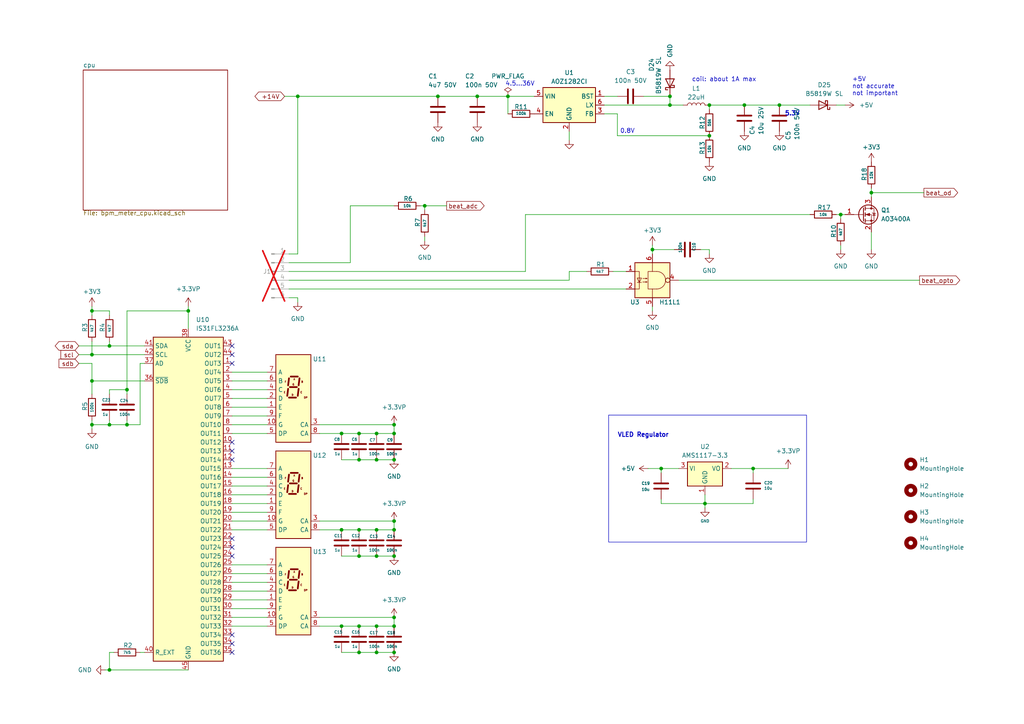
<source format=kicad_sch>
(kicad_sch (version 20230121) (generator eeschema)
  (paper "A4")
  (title_block (title "Schen-Key BPM Meter") (date "2023-12-21") (rev "0.1"))
  (lib_symbols
    (symbol "00_project_library:AMS1117-3.3"
      (property "Reference" "U" (at -3.81 3.175 0))
      (property "Value" "AMS1117-3.3" (at 0 3.175 0))
      (symbol "AMS1117-3.3_0_1"
        (rectangle (start -5.08 1.905) (end 5.08 -5.08) (stroke (width 0.254)) (fill (type background)))
      )
      (symbol "AMS1117-3.3_1_1"
        (pin power_in line (at 0 -7.62 90) (length 2.54) (name "GND") (number "1"))
        (pin power_out line (at 7.62 0 180) (length 2.54) (name "VO") (number "2"))
        (pin power_in line (at -7.62 0 0) (length 2.54) (name "VI") (number "3"))
      )
    )
    (symbol "00_project_library:C" (pin_numbers hide) (pin_names (offset 0.254))
      (property "Reference" "C" (at 0.635 2.54 0))
      (property "Value" "C" (at 0.635 -2.54 0))
      (symbol "C_0_1"
        (polyline (pts (xy -2.032 -0.762) (xy 2.032 -0.762)) (stroke (width 0.508)))
        (polyline (pts (xy -2.032 0.762) (xy 2.032 0.762)) (stroke (width 0.508)))
      )
      (symbol "C_1_1"
        (pin passive line (at 0 3.81 270) (length 2.794) (name "~") (number "1"))
        (pin passive line (at 0 -3.81 90) (length 2.794) (name "~") (number "2"))
      )
    )
    (symbol "00_project_library:IS31FL3236A"
      (property "Reference" "U" (at -8.89 46.99 0))
      (property "Value" "IS31FL3236A" (at 10.16 46.99 0))
      (symbol "IS31FL3236A_0_1"
        (rectangle (start -10.16 45.72) (end 10.16 -48.26) (stroke (width 0.254)) (fill (type background)))
      )
      (symbol "IS31FL3236A_1_1"
        (pin output line (at 12.7 38.1 180) (length 2.54) (name "OUT3") (number "1"))
        (pin output line (at 12.7 15.24 180) (length 2.54) (name "OUT12") (number "10"))
        (pin output line (at 12.7 12.7 180) (length 2.54) (name "OUT13") (number "11"))
        (pin output line (at 12.7 10.16 180) (length 2.54) (name "OUT14") (number "12"))
        (pin output line (at 12.7 7.62 180) (length 2.54) (name "OUT15") (number "13"))
        (pin output line (at 12.7 5.08 180) (length 2.54) (name "OUT16") (number "14"))
        (pin output line (at 12.7 2.54 180) (length 2.54) (name "OUT17") (number "15"))
        (pin output line (at 12.7 0 180) (length 2.54) (name "OUT18") (number "16"))
        (pin passive line (at 0 -50.8 90) (length 2.54) hide (name "GND") (number "17"))
        (pin output line (at 12.7 -2.54 180) (length 2.54) (name "OUT19") (number "18"))
        (pin output line (at 12.7 -5.08 180) (length 2.54) (name "OUT20") (number "19"))
        (pin output line (at 12.7 35.56 180) (length 2.54) (name "OUT4") (number "2"))
        (pin output line (at 12.7 -7.62 180) (length 2.54) (name "OUT21") (number "20"))
        (pin output line (at 12.7 -10.16 180) (length 2.54) (name "OUT22") (number "21"))
        (pin output line (at 12.7 -12.7 180) (length 2.54) (name "OUT23") (number "22"))
        (pin output line (at 12.7 -15.24 180) (length 2.54) (name "OUT24") (number "23"))
        (pin output line (at 12.7 -17.78 180) (length 2.54) (name "OUT25") (number "24"))
        (pin output line (at 12.7 -20.32 180) (length 2.54) (name "OUT26") (number "25"))
        (pin output line (at 12.7 -22.86 180) (length 2.54) (name "OUT27") (number "26"))
        (pin output line (at 12.7 -25.4 180) (length 2.54) (name "OUT28") (number "27"))
        (pin output line (at 12.7 -27.94 180) (length 2.54) (name "OUT29") (number "28"))
        (pin output line (at 12.7 -30.48 180) (length 2.54) (name "OUT30") (number "29"))
        (pin output line (at 12.7 33.02 180) (length 2.54) (name "OUT5") (number "3"))
        (pin output line (at 12.7 -33.02 180) (length 2.54) (name "OUT31") (number "30"))
        (pin output line (at 12.7 -35.56 180) (length 2.54) (name "OUT32") (number "31"))
        (pin output line (at 12.7 -38.1 180) (length 2.54) (name "OUT33") (number "32"))
        (pin output line (at 12.7 -40.64 180) (length 2.54) (name "OUT34") (number "33"))
        (pin output line (at 12.7 -43.18 180) (length 2.54) (name "OUT35") (number "34"))
        (pin output line (at 12.7 -45.72 180) (length 2.54) (name "OUT36") (number "35"))
        (pin input line (at -12.7 33.02 0) (length 2.54) (name "~{SDB}") (number "36"))
        (pin input line (at -12.7 38.1 0) (length 2.54) (name "AD") (number "37"))
        (pin power_in line (at 0 48.26 270) (length 2.54) (name "VCC") (number "38"))
        (pin passive line (at 0 -50.8 90) (length 2.54) hide (name "GND") (number "39"))
        (pin output line (at 12.7 30.48 180) (length 2.54) (name "OUT6") (number "4"))
        (pin passive line (at -12.7 -45.72 0) (length 2.54) (name "R_EXT") (number "40"))
        (pin open_collector line (at -12.7 43.18 0) (length 2.54) (name "SDA") (number "41"))
        (pin input line (at -12.7 40.64 0) (length 2.54) (name "SCL") (number "42"))
        (pin output line (at 12.7 43.18 180) (length 2.54) (name "OUT1") (number "43"))
        (pin output line (at 12.7 40.64 180) (length 2.54) (name "OUT2") (number "44"))
        (pin power_in line (at 0 -50.8 90) (length 2.54) (name "GND") (number "45"))
        (pin output line (at 12.7 27.94 180) (length 2.54) (name "OUT7") (number "5"))
        (pin output line (at 12.7 25.4 180) (length 2.54) (name "OUT8") (number "6"))
        (pin output line (at 12.7 22.86 180) (length 2.54) (name "OUT9") (number "7"))
        (pin output line (at 12.7 20.32 180) (length 2.54) (name "OUT10") (number "8"))
        (pin output line (at 12.7 17.78 180) (length 2.54) (name "OUT11") (number "9"))
      )
    )
    (symbol "00_project_library:MountingHole" (pin_names (offset 1.016))
      (property "Reference" "H" (at 0 5.08 0))
      (property "Value" "MountingHole" (at 0 3.175 0))
      (symbol "MountingHole_0_1"
        (circle (center 0 0) (radius 1.27) (stroke (width 1.27)))
      )
    )
    (symbol "00_project_library:SLS0391FR1A1GD" (pin_names (offset 0.635))
      (property "Reference" "U" (at -2.54 13.97 0))
      (symbol "SLS0391FR1A1GD_0_0"
        (text "A" (at 0.254 5.588 0) (effects (font (size 0.508 0.508))))
        (text "B" (at 2.54 4.826 0) (effects (font (size 0.508 0.508))))
        (text "C" (at 2.286 1.778 0) (effects (font (size 0.508 0.508))))
        (text "D" (at -0.254 1.016 0) (effects (font (size 0.508 0.508))))
        (text "DP" (at 3.556 0.254 0) (effects (font (size 0.508 0.508))))
        (text "E" (at -2.54 1.778 0) (effects (font (size 0.508 0.508))))
        (text "F" (at -2.286 4.826 0) (effects (font (size 0.508 0.508))))
        (text "G" (at 0 4.064 0) (effects (font (size 0.508 0.508))))
      )
      (symbol "SLS0391FR1A1GD_0_1"
        (rectangle (start -5.08 12.7) (end 5.08 -12.7) (stroke (width 0.254)) (fill (type background)))
        (polyline (pts (xy -1.524 2.794) (xy -1.778 0.762)) (stroke (width 0.508)))
        (polyline (pts (xy -1.27 0.254) (xy 0.762 0.254)) (stroke (width 0.508)))
        (polyline (pts (xy -1.27 5.842) (xy -1.524 3.81)) (stroke (width 0.508)))
        (polyline (pts (xy -1.016 3.302) (xy 1.016 3.302)) (stroke (width 0.508)))
        (polyline (pts (xy -0.762 6.35) (xy 1.27 6.35)) (stroke (width 0.508)))
        (polyline (pts (xy 1.524 2.794) (xy 1.27 0.762)) (stroke (width 0.508)))
        (polyline (pts (xy 1.778 5.842) (xy 1.524 3.81)) (stroke (width 0.508)))
        (polyline (pts (xy 2.54 0.254) (xy 2.54 0.254)) (stroke (width 0.508)))
      )
      (symbol "SLS0391FR1A1GD_1_1"
        (pin input line (at -7.62 -2.54 0) (length 2.54) (name "E") (number "1"))
        (pin input line (at -7.62 -7.62 0) (length 2.54) (name "G") (number "10"))
        (pin input line (at -7.62 0 0) (length 2.54) (name "D") (number "2"))
        (pin input line (at 7.62 -7.62 180) (length 2.54) (name "CA") (number "3"))
        (pin input line (at -7.62 2.54 0) (length 2.54) (name "C") (number "4"))
        (pin input line (at -7.62 -10.16 0) (length 2.54) (name "DP") (number "5"))
        (pin input line (at -7.62 5.08 0) (length 2.54) (name "B") (number "6"))
        (pin input line (at -7.62 7.62 0) (length 2.54) (name "A") (number "7"))
        (pin input line (at 7.62 -10.16 180) (length 2.54) (name "CA") (number "8"))
        (pin input line (at -7.62 -5.08 0) (length 2.54) (name "F") (number "9"))
      )
    )
    (symbol "Connector:Conn_01x06_Pin" (pin_names (offset 1.016) hide)
      (property "Reference" "J" (at 0 7.62 0))
      (property "Value" "Conn_01x06_Pin" (at 0 -10.16 0))
      (symbol "Conn_01x06_Pin_1_1"
        (polyline (pts (xy 1.27 -7.62) (xy 0.8636 -7.62)) (stroke (width 0.1524)))
        (polyline (pts (xy 1.27 -5.08) (xy 0.8636 -5.08)) (stroke (width 0.1524)))
        (polyline (pts (xy 1.27 -2.54) (xy 0.8636 -2.54)) (stroke (width 0.1524)))
        (polyline (pts (xy 1.27 0) (xy 0.8636 0)) (stroke (width 0.1524)))
        (polyline (pts (xy 1.27 2.54) (xy 0.8636 2.54)) (stroke (width 0.1524)))
        (polyline (pts (xy 1.27 5.08) (xy 0.8636 5.08)) (stroke (width 0.1524)))
        (rectangle (start 0.8636 -7.493) (end 0 -7.747) (stroke (width 0.1524)) (fill (type outline)))
        (rectangle (start 0.8636 -4.953) (end 0 -5.207) (stroke (width 0.1524)) (fill (type outline)))
        (rectangle (start 0.8636 -2.413) (end 0 -2.667) (stroke (width 0.1524)) (fill (type outline)))
        (rectangle (start 0.8636 0.127) (end 0 -0.127) (stroke (width 0.1524)) (fill (type outline)))
        (rectangle (start 0.8636 2.667) (end 0 2.413) (stroke (width 0.1524)) (fill (type outline)))
        (rectangle (start 0.8636 5.207) (end 0 4.953) (stroke (width 0.1524)) (fill (type outline)))
        (pin passive line (at 5.08 5.08 180) (length 3.81) (name "Pin_1") (number "1"))
        (pin passive line (at 5.08 2.54 180) (length 3.81) (name "Pin_2") (number "2"))
        (pin passive line (at 5.08 0 180) (length 3.81) (name "Pin_3") (number "3"))
        (pin passive line (at 5.08 -2.54 180) (length 3.81) (name "Pin_4") (number "4"))
        (pin passive line (at 5.08 -5.08 180) (length 3.81) (name "Pin_5") (number "5"))
        (pin passive line (at 5.08 -7.62 180) (length 3.81) (name "Pin_6") (number "6"))
      )
    )
    (symbol "Device:C" (pin_numbers hide) (pin_names (offset 0.254))
      (property "Reference" "C" (at 0.635 2.54 0))
      (property "Value" "C" (at 0.635 -2.54 0))
      (symbol "C_0_1"
        (polyline (pts (xy -2.032 -0.762) (xy 2.032 -0.762)) (stroke (width 0.508)))
        (polyline (pts (xy -2.032 0.762) (xy 2.032 0.762)) (stroke (width 0.508)))
      )
      (symbol "C_1_1"
        (pin passive line (at 0 3.81 270) (length 2.794) (name "~") (number "1"))
        (pin passive line (at 0 -3.81 90) (length 2.794) (name "~") (number "2"))
      )
    )
    (symbol "Device:D_Schottky" (pin_numbers hide) (pin_names (offset 1.016) hide)
      (property "Reference" "D" (at 0 2.54 0))
      (property "Value" "D_Schottky" (at 0 -2.54 0))
      (symbol "D_Schottky_0_1"
        (polyline (pts (xy 1.27 0) (xy -1.27 0)))
        (polyline (pts (xy 1.27 1.27) (xy 1.27 -1.27) (xy -1.27 0) (xy 1.27 1.27)) (stroke (width 0.254)))
        (polyline (pts (xy -1.905 0.635) (xy -1.905 1.27) (xy -1.27 1.27) (xy -1.27 -1.27) (xy -0.635 -1.27) (xy -0.635 -0.635)) (stroke (width 0.254)))
      )
      (symbol "D_Schottky_1_1"
        (pin passive line (at -3.81 0 0) (length 2.54) (name "K") (number "1"))
        (pin passive line (at 3.81 0 180) (length 2.54) (name "A") (number "2"))
      )
    )
    (symbol "Device:L" (pin_numbers hide) (pin_names (offset 1.016) hide)
      (property "Reference" "L" (at -1.27 0 90))
      (property "Value" "L" (at 1.905 0 90))
      (symbol "L_0_1"
        (arc (start 0 -2.54) (mid 0.6323 -1.905) (end 0 -1.27))
        (arc (start 0 -1.27) (mid 0.6323 -0.635) (end 0 0))
        (arc (start 0 0) (mid 0.6323 0.635) (end 0 1.27))
        (arc (start 0 1.27) (mid 0.6323 1.905) (end 0 2.54))
      )
      (symbol "L_1_1"
        (pin passive line (at 0 3.81 270) (length 1.27) (name "1") (number "1"))
        (pin passive line (at 0 -3.81 90) (length 1.27) (name "2") (number "2"))
      )
    )
    (symbol "Device:R" (pin_numbers hide) (pin_names (offset 0))
      (property "Reference" "R" (at 2.032 0 90))
      (property "Value" "R" (at 0 0 90))
      (symbol "R_0_1"
        (rectangle (start -1.016 -2.54) (end 1.016 2.54) (stroke (width 0.254)))
      )
      (symbol "R_1_1"
        (pin passive line (at 0 3.81 270) (length 1.27) (name "~") (number "1"))
        (pin passive line (at 0 -3.81 90) (length 1.27) (name "~") (number "2"))
      )
    )
    (symbol "Isolator:H11L1" (pin_names (offset 1.016))
      (property "Reference" "U" (at 1.27 8.89 0))
      (property "Value" "H11L1" (at 1.27 6.35 0))
      (symbol "H11L1_0_1"
        (rectangle (start -5.08 5.08) (end 5.08 -5.08) (stroke (width 0.254)) (fill (type background)))
        (polyline (pts (xy -4.445 -0.635) (xy -3.175 -0.635)))
        (polyline (pts (xy 0 2.54) (xy 0 5.08)))
        (polyline (pts (xy 0 -2.54) (xy 0 -5.08) (xy 0 -3.81)))
        (polyline (pts (xy -5.08 -2.54) (xy -3.81 -2.54) (xy -3.81 2.54) (xy -5.08 2.54)))
        (polyline (pts (xy -3.81 -0.635) (xy -4.445 0.635) (xy -3.175 0.635) (xy -3.81 -0.635)))
        (polyline (pts (xy 1.27 -2.54) (xy -1.27 -2.54) (xy -1.27 2.54) (xy 1.27 2.54)))
        (polyline (pts (xy -2.794 -0.508) (xy -1.524 -0.508) (xy -1.905 -0.635) (xy -1.905 -0.381) (xy -1.524 -0.508)))
        (polyline (pts (xy -2.794 0.508) (xy -1.524 0.508) (xy -1.905 0.381) (xy -1.905 0.635) (xy -1.524 0.508)))
        (arc (start 1.27 -2.54) (mid 3.799 0) (end 1.27 2.54))
      )
      (symbol "H11L1_1_1"
        (pin passive line (at -7.62 2.54 0) (length 2.54) (name "~") (number "1"))
        (pin passive line (at -7.62 -2.54 0) (length 2.54) (name "~") (number "2"))
        (pin no_connect line (at -5.08 0 0) (length 2.54) hide (name "~") (number "3"))
        (pin output inverted (at 7.62 0 180) (length 3.81) (name "~") (number "4"))
        (pin power_in line (at 0 -7.62 90) (length 2.54) (name "~") (number "5"))
        (pin power_in line (at 0 7.62 270) (length 2.54) (name "~") (number "6"))
      )
    )
    (symbol "Regulator_Switching:AOZ1282CI"
      (property "Reference" "U" (at -6.35 -6.35 0))
      (property "Value" "AOZ1282CI" (at -2.54 6.35 0))
      (symbol "AOZ1282CI_0_1"
        (rectangle (start -7.62 5.08) (end 7.62 -5.08) (stroke (width 0.254)) (fill (type background)))
      )
      (symbol "AOZ1282CI_1_1"
        (pin input line (at 10.16 2.54 180) (length 2.54) (name "BST") (number "1"))
        (pin power_in line (at 0 -7.62 90) (length 2.54) (name "GND") (number "2"))
        (pin input line (at 10.16 -2.54 180) (length 2.54) (name "FB") (number "3"))
        (pin input line (at -10.16 -2.54 0) (length 2.54) (name "EN") (number "4"))
        (pin power_in line (at -10.16 2.54 0) (length 2.54) (name "VIN") (number "5"))
        (pin power_out line (at 10.16 0 180) (length 2.54) (name "LX") (number "6"))
      )
    )
    (symbol "Transistor_FET:AO3400A" (pin_names hide)
      (property "Reference" "Q" (at 5.08 1.905 0))
      (property "Value" "AO3400A" (at 5.08 0 0))
      (symbol "AO3400A_0_1"
        (polyline (pts (xy 0.254 0) (xy -2.54 0)))
        (polyline (pts (xy 0.254 1.905) (xy 0.254 -1.905)) (stroke (width 0.254)))
        (polyline (pts (xy 0.762 -1.27) (xy 0.762 -2.286)) (stroke (width 0.254)))
        (polyline (pts (xy 0.762 0.508) (xy 0.762 -0.508)) (stroke (width 0.254)))
        (polyline (pts (xy 0.762 2.286) (xy 0.762 1.27)) (stroke (width 0.254)))
        (polyline (pts (xy 2.54 2.54) (xy 2.54 1.778)))
        (polyline (pts (xy 2.54 -2.54) (xy 2.54 0) (xy 0.762 0)))
        (polyline (pts (xy 0.762 -1.778) (xy 3.302 -1.778) (xy 3.302 1.778) (xy 0.762 1.778)))
        (polyline (pts (xy 1.016 0) (xy 2.032 0.381) (xy 2.032 -0.381) (xy 1.016 0)) (fill (type outline)))
        (polyline (pts (xy 2.794 0.508) (xy 2.921 0.381) (xy 3.683 0.381) (xy 3.81 0.254)))
        (polyline (pts (xy 3.302 0.381) (xy 2.921 -0.254) (xy 3.683 -0.254) (xy 3.302 0.381)))
        (circle (center 1.651 0) (radius 2.794) (stroke (width 0.254)))
        (circle (center 2.54 -1.778) (radius 0.254) (fill (type outline)))
        (circle (center 2.54 1.778) (radius 0.254) (fill (type outline)))
      )
      (symbol "AO3400A_1_1"
        (pin input line (at -5.08 0 0) (length 2.54) (name "G") (number "1"))
        (pin passive line (at 2.54 -5.08 90) (length 2.54) (name "S") (number "2"))
        (pin passive line (at 2.54 5.08 270) (length 2.54) (name "D") (number "3"))
      )
    )
    (symbol "power:+3.3VP" (power) (pin_names (offset 0))
      (property "Value" "+3.3VP" (at 0 2.54 0))
      (symbol "+3.3VP_0_0"
        (pin power_in line (at 0 0 90) (length 0) hide (name "+3.3VP") (number "1"))
      )
      (symbol "+3.3VP_0_1"
        (polyline (pts (xy -0.762 1.27) (xy 0 2.54)))
        (polyline (pts (xy 0 0) (xy 0 2.54)))
        (polyline (pts (xy 0 2.54) (xy 0.762 1.27)))
      )
    )
    (symbol "power:+3V3" (power) (pin_names (offset 0))
      (property "Value" "+3V3" (at 0 3.556 0))
      (symbol "+3V3_0_1"
        (polyline (pts (xy -0.762 1.27) (xy 0 2.54)))
        (polyline (pts (xy 0 0) (xy 0 2.54)))
        (polyline (pts (xy 0 2.54) (xy 0.762 1.27)))
      )
      (symbol "+3V3_1_1"
        (pin power_in line (at 0 0 90) (length 0) hide (name "+3V3") (number "1"))
      )
    )
    (symbol "power:+5V" (power) (pin_names (offset 0))
      (property "Value" "+5V" (at 0 3.556 0))
      (symbol "+5V_0_1"
        (polyline (pts (xy -0.762 1.27) (xy 0 2.54)))
        (polyline (pts (xy 0 0) (xy 0 2.54)))
        (polyline (pts (xy 0 2.54) (xy 0.762 1.27)))
      )
      (symbol "+5V_1_1"
        (pin power_in line (at 0 0 90) (length 0) hide (name "+5V") (number "1"))
      )
    )
    (symbol "power:GND" (power) (pin_names (offset 0))
      (property "Value" "GND" (at 0 -3.81 0))
      (symbol "GND_0_1"
        (polyline (pts (xy 0 0) (xy 0 -1.27) (xy 1.27 -1.27) (xy 0 -2.54) (xy -1.27 -1.27) (xy 0 -1.27)))
      )
      (symbol "GND_1_1"
        (pin power_in line (at 0 0 270) (length 0) hide (name "GND") (number "1"))
      )
    )
    (symbol "power:PWR_FLAG" (power) (pin_numbers hide) (pin_names (offset 0) hide)
      (property "Value" "PWR_FLAG" (at 0 3.81 0))
      (symbol "PWR_FLAG_0_0"
        (pin power_out line (at 0 0 90) (length 0) (name "pwr") (number "1"))
      )
      (symbol "PWR_FLAG_0_1"
        (polyline (pts (xy 0 0) (xy 0 1.27) (xy -1.016 1.905) (xy 0 2.54) (xy 1.016 1.905) (xy 0 1.27)))
      )
    )
  )
  (junction (at 243.84 62.23))
  (junction (at 189.23 72.39))
  (junction (at 191.77 135.89))
  (junction (at 114.3 181.61))
  (junction (at 109.22 133.35))
  (junction (at 104.14 153.67))
  (junction (at 194.31 30.48))
  (junction (at 252.73 55.88))
  (junction (at 205.74 39.37))
  (junction (at 99.06 153.67))
  (junction (at 104.14 181.61))
  (junction (at 114.3 189.23))
  (junction (at 31.75 100.33))
  (junction (at 147.32 27.94))
  (junction (at 26.67 123.19))
  (junction (at 104.14 189.23))
  (junction (at 114.3 125.73))
  (junction (at 109.22 161.29))
  (junction (at 204.47 146.05))
  (junction (at 109.22 125.73))
  (junction (at 138.43 27.94))
  (junction (at 114.3 153.67))
  (junction (at 123.19 59.69))
  (junction (at 99.06 181.61))
  (junction (at 114.3 161.29))
  (junction (at 31.75 123.19))
  (junction (at 26.67 90.17))
  (junction (at 36.83 123.19))
  (junction (at 109.22 189.23))
  (junction (at 104.14 125.73))
  (junction (at 205.74 30.48))
  (junction (at 109.22 153.67))
  (junction (at 114.3 179.07))
  (junction (at 86.36 27.94))
  (junction (at 127 27.94))
  (junction (at 36.83 113.03))
  (junction (at 26.67 110.49))
  (junction (at 104.14 133.35))
  (junction (at 194.31 27.94))
  (junction (at 114.3 133.35))
  (junction (at 215.9 30.48))
  (junction (at 226.06 30.48))
  (junction (at 109.22 181.61))
  (junction (at 218.44 135.89))
  (junction (at 114.3 123.19))
  (junction (at 99.06 125.73))
  (junction (at 31.75 194.31))
  (junction (at 104.14 161.29))
  (junction (at 54.61 90.17))
  (junction (at 26.67 102.87))
  (junction (at 114.3 151.13))
  (no_connect (at 67.31 100.33))
  (no_connect (at 67.31 128.27))
  (no_connect (at 67.31 133.35))
  (no_connect (at 67.31 158.75))
  (no_connect (at 67.31 102.87))
  (no_connect (at 67.31 161.29))
  (no_connect (at 67.31 130.81))
  (no_connect (at 67.31 186.69))
  (no_connect (at 67.31 105.41))
  (no_connect (at 67.31 189.23))
  (no_connect (at 67.31 184.15))
  (no_connect (at 67.31 156.21))
  (wire (pts (xy 41.91 105.41) (xy 40.64 105.41)))
  (wire (pts (xy 67.31 110.49) (xy 77.47 110.49)))
  (wire (pts (xy 252.73 55.88) (xy 267.97 55.88)))
  (wire (pts (xy 191.77 135.89) (xy 191.77 137.16)))
  (wire (pts (xy 147.32 33.02) (xy 147.32 27.94)))
  (wire (pts (xy 104.14 181.61) (xy 109.22 181.61)))
  (wire (pts (xy 99.06 133.35) (xy 104.14 133.35)))
  (wire (pts (xy 26.67 110.49) (xy 41.91 110.49)))
  (wire (pts (xy 26.67 90.17) (xy 26.67 91.44)))
  (wire (pts (xy 215.9 30.48) (xy 226.06 30.48)))
  (wire (pts (xy 86.36 27.94) (xy 86.36 73.66)))
  (wire (pts (xy 40.64 105.41) (xy 40.64 123.19)))
  (wire (pts (xy 179.07 33.02) (xy 179.07 39.37)))
  (wire (pts (xy 203.2 72.39) (xy 205.74 72.39)))
  (wire (pts (xy 67.31 138.43) (xy 77.47 138.43)))
  (wire (pts (xy 109.22 189.23) (xy 114.3 189.23)))
  (wire (pts (xy 191.77 146.05) (xy 204.47 146.05)))
  (wire (pts (xy 67.31 123.19) (xy 77.47 123.19)))
  (wire (pts (xy 177.8 78.74) (xy 181.61 78.74)))
  (wire (pts (xy 67.31 146.05) (xy 77.47 146.05)))
  (wire (pts (xy 83.82 78.74) (xy 152.4 78.74)))
  (wire (pts (xy 165.1 78.74) (xy 170.18 78.74)))
  (wire (pts (xy 31.75 91.44) (xy 31.75 90.17)))
  (wire (pts (xy 245.11 30.48) (xy 242.57 30.48)))
  (wire (pts (xy 22.86 102.87) (xy 26.67 102.87)))
  (wire (pts (xy 31.75 123.19) (xy 31.75 121.92)))
  (wire (pts (xy 196.85 81.28) (xy 266.7 81.28)))
  (wire (pts (xy 99.06 181.61) (xy 104.14 181.61)))
  (wire (pts (xy 26.67 124.46) (xy 26.67 123.19)))
  (wire (pts (xy 194.31 30.48) (xy 198.12 30.48)))
  (wire (pts (xy 196.85 135.89) (xy 191.77 135.89)))
  (wire (pts (xy 109.22 153.67) (xy 114.3 153.67)))
  (wire (pts (xy 109.22 133.35) (xy 114.3 133.35)))
  (wire (pts (xy 204.47 146.05) (xy 218.44 146.05)))
  (wire (pts (xy 204.47 146.05) (xy 204.47 147.32)))
  (wire (pts (xy 31.75 194.31) (xy 54.61 194.31)))
  (wire (pts (xy 204.47 143.51) (xy 204.47 146.05)))
  (wire (pts (xy 67.31 115.57) (xy 77.47 115.57)))
  (wire (pts (xy 26.67 105.41) (xy 26.67 110.49)))
  (wire (pts (xy 26.67 123.19) (xy 31.75 123.19)))
  (wire (pts (xy 179.07 33.02) (xy 175.26 33.02)))
  (wire (pts (xy 186.69 27.94) (xy 194.31 27.94)))
  (wire (pts (xy 67.31 140.97) (xy 77.47 140.97)))
  (wire (pts (xy 36.83 90.17) (xy 54.61 90.17)))
  (wire (pts (xy 26.67 121.92) (xy 26.67 123.19)))
  (wire (pts (xy 36.83 114.3) (xy 36.83 113.03)))
  (wire (pts (xy 101.6 59.69) (xy 114.3 59.69)))
  (wire (pts (xy 104.14 125.73) (xy 109.22 125.73)))
  (wire (pts (xy 54.61 88.9) (xy 54.61 90.17)))
  (wire (pts (xy 26.67 99.06) (xy 26.67 102.87)))
  (wire (pts (xy 83.82 83.82) (xy 181.61 83.82)))
  (wire (pts (xy 31.75 99.06) (xy 31.75 100.33)))
  (wire (pts (xy 67.31 179.07) (xy 77.47 179.07)))
  (wire (pts (xy 99.06 161.29) (xy 104.14 161.29)))
  (wire (pts (xy 67.31 148.59) (xy 77.47 148.59)))
  (wire (pts (xy 189.23 88.9) (xy 189.23 90.17)))
  (wire (pts (xy 109.22 125.73) (xy 114.3 125.73)))
  (wire (pts (xy 218.44 137.16) (xy 218.44 135.89)))
  (wire (pts (xy 92.71 123.19) (xy 114.3 123.19)))
  (wire (pts (xy 242.57 62.23) (xy 243.84 62.23)))
  (wire (pts (xy 243.84 62.23) (xy 245.11 62.23)))
  (wire (pts (xy 165.1 81.28) (xy 165.1 78.74)))
  (wire (pts (xy 26.67 88.9) (xy 26.67 90.17)))
  (wire (pts (xy 22.86 105.41) (xy 26.67 105.41)))
  (wire (pts (xy 243.84 62.23) (xy 243.84 63.5)))
  (wire (pts (xy 54.61 90.17) (xy 54.61 95.25)))
  (wire (pts (xy 123.19 69.85) (xy 123.19 68.58)))
  (wire (pts (xy 67.31 118.11) (xy 77.47 118.11)))
  (wire (pts (xy 67.31 166.37) (xy 77.47 166.37)))
  (wire (pts (xy 67.31 113.03) (xy 77.47 113.03)))
  (wire (pts (xy 36.83 123.19) (xy 36.83 121.92)))
  (wire (pts (xy 67.31 135.89) (xy 77.47 135.89)))
  (wire (pts (xy 104.14 133.35) (xy 109.22 133.35)))
  (wire (pts (xy 67.31 163.83) (xy 77.47 163.83)))
  (wire (pts (xy 99.06 125.73) (xy 104.14 125.73)))
  (wire (pts (xy 189.23 72.39) (xy 195.58 72.39)))
  (wire (pts (xy 99.06 153.67) (xy 104.14 153.67)))
  (wire (pts (xy 191.77 144.78) (xy 191.77 146.05)))
  (wire (pts (xy 123.19 59.69) (xy 129.54 59.69)))
  (wire (pts (xy 154.94 27.94) (xy 147.32 27.94)))
  (wire (pts (xy 83.82 76.2) (xy 101.6 76.2)))
  (wire (pts (xy 31.75 189.23) (xy 31.75 194.31)))
  (wire (pts (xy 127 27.94) (xy 138.43 27.94)))
  (wire (pts (xy 165.1 38.1) (xy 165.1 40.64)))
  (wire (pts (xy 252.73 67.31) (xy 252.73 72.39)))
  (wire (pts (xy 82.55 27.94) (xy 86.36 27.94)))
  (wire (pts (xy 22.86 100.33) (xy 31.75 100.33)))
  (wire (pts (xy 205.74 39.37) (xy 179.07 39.37)))
  (wire (pts (xy 218.44 144.78) (xy 218.44 146.05)))
  (wire (pts (xy 30.48 194.31) (xy 31.75 194.31)))
  (wire (pts (xy 40.64 123.19) (xy 36.83 123.19)))
  (wire (pts (xy 226.06 30.48) (xy 234.95 30.48)))
  (wire (pts (xy 67.31 107.95) (xy 77.47 107.95)))
  (wire (pts (xy 67.31 153.67) (xy 77.47 153.67)))
  (wire (pts (xy 83.82 81.28) (xy 165.1 81.28)))
  (wire (pts (xy 152.4 62.23) (xy 234.95 62.23)))
  (wire (pts (xy 175.26 30.48) (xy 194.31 30.48)))
  (wire (pts (xy 40.64 189.23) (xy 41.91 189.23)))
  (wire (pts (xy 252.73 54.61) (xy 252.73 55.88)))
  (wire (pts (xy 67.31 120.65) (xy 77.47 120.65)))
  (wire (pts (xy 67.31 176.53) (xy 77.47 176.53)))
  (wire (pts (xy 92.71 125.73) (xy 99.06 125.73)))
  (wire (pts (xy 86.36 27.94) (xy 127 27.94)))
  (wire (pts (xy 67.31 181.61) (xy 77.47 181.61)))
  (wire (pts (xy 104.14 161.29) (xy 109.22 161.29)))
  (wire (pts (xy 86.36 86.36) (xy 86.36 87.63)))
  (wire (pts (xy 67.31 125.73) (xy 77.47 125.73)))
  (wire (pts (xy 31.75 100.33) (xy 41.91 100.33)))
  (wire (pts (xy 33.02 189.23) (xy 31.75 189.23)))
  (wire (pts (xy 92.71 151.13) (xy 114.3 151.13)))
  (wire (pts (xy 31.75 90.17) (xy 26.67 90.17)))
  (wire (pts (xy 26.67 114.3) (xy 26.67 110.49)))
  (wire (pts (xy 109.22 181.61) (xy 114.3 181.61)))
  (wire (pts (xy 36.83 113.03) (xy 36.83 90.17)))
  (wire (pts (xy 104.14 153.67) (xy 109.22 153.67)))
  (wire (pts (xy 31.75 114.3) (xy 31.75 113.03)))
  (wire (pts (xy 83.82 73.66) (xy 86.36 73.66)))
  (wire (pts (xy 92.71 179.07) (xy 114.3 179.07)))
  (wire (pts (xy 114.3 181.61) (xy 114.3 179.07)))
  (wire (pts (xy 187.96 135.89) (xy 191.77 135.89)))
  (wire (pts (xy 99.06 189.23) (xy 104.14 189.23)))
  (wire (pts (xy 67.31 143.51) (xy 77.47 143.51)))
  (wire (pts (xy 114.3 125.73) (xy 114.3 123.19)))
  (wire (pts (xy 114.3 153.67) (xy 114.3 151.13)))
  (wire (pts (xy 218.44 135.89) (xy 212.09 135.89)))
  (wire (pts (xy 175.26 27.94) (xy 179.07 27.94)))
  (wire (pts (xy 189.23 71.12) (xy 189.23 72.39)))
  (wire (pts (xy 67.31 151.13) (xy 77.47 151.13)))
  (wire (pts (xy 228.6 135.89) (xy 218.44 135.89)))
  (wire (pts (xy 83.82 86.36) (xy 86.36 86.36)))
  (wire (pts (xy 92.71 181.61) (xy 99.06 181.61)))
  (wire (pts (xy 101.6 76.2) (xy 101.6 59.69)))
  (wire (pts (xy 67.31 168.91) (xy 77.47 168.91)))
  (wire (pts (xy 121.92 59.69) (xy 123.19 59.69)))
  (wire (pts (xy 252.73 55.88) (xy 252.73 57.15)))
  (wire (pts (xy 205.74 31.75) (xy 205.74 30.48)))
  (wire (pts (xy 67.31 173.99) (xy 77.47 173.99)))
  (wire (pts (xy 36.83 123.19) (xy 31.75 123.19)))
  (wire (pts (xy 205.74 72.39) (xy 205.74 73.66)))
  (wire (pts (xy 152.4 62.23) (xy 152.4 78.74)))
  (wire (pts (xy 31.75 113.03) (xy 36.83 113.03)))
  (wire (pts (xy 92.71 153.67) (xy 99.06 153.67)))
  (wire (pts (xy 189.23 72.39) (xy 189.23 73.66)))
  (wire (pts (xy 26.67 102.87) (xy 41.91 102.87)))
  (wire (pts (xy 194.31 27.94) (xy 194.31 30.48)))
  (wire (pts (xy 109.22 161.29) (xy 114.3 161.29)))
  (wire (pts (xy 123.19 59.69) (xy 123.19 60.96)))
  (wire (pts (xy 67.31 171.45) (xy 77.47 171.45)))
  (wire (pts (xy 138.43 27.94) (xy 147.32 27.94)))
  (wire (pts (xy 104.14 189.23) (xy 109.22 189.23)))
  (wire (pts (xy 205.74 30.48) (xy 215.9 30.48)))
  (wire (pts (xy 243.84 72.39) (xy 243.84 71.12)))
  (rectangle (start 176.53 120.396) (end 233.934 157.226))
  (text "+5V\nnot accurate\nnot important" (at 247.142 27.94 0) (effects (font (size 1.27 1.27)) (justify left bottom)))
  (text "coil: about 1A max" (at 200.66 23.876 0) (effects (font (size 1.27 1.27)) (justify left bottom)))
  (text "5.3V" (at 227.584 33.782 0) (effects (font (size 1.27 1.27) (thickness 0.254) bold) (justify left bottom)))
  (text "VLED Regulator" (at 179.07 127 0) (effects (font (size 1.27 1.27) (thickness 0.254) bold) (justify left bottom)))
  (text "4.5...36V" (at 146.558 25.146 0) (effects (font (size 1.27 1.27)) (justify left bottom)))
  (text "0.8V" (at 179.832 38.862 0) (effects (font (size 1.27 1.27)) (justify left bottom)))
  (global_label "sda" (shape bidirectional) (at 22.86 100.33 180) (property "Intersheetrefs" "${INTERSHEET_REFS}" (effects hide)))
  (global_label "beat_adc" (shape output) (at 129.54 59.69 0) (property "Intersheetrefs" "${INTERSHEET_REFS}" (effects hide)))
  (global_label "+14V" (shape bidirectional) (at 82.55 27.94 180) (property "Intersheetrefs" "${INTERSHEET_REFS}" (effects hide)))
  (global_label "scl" (shape input) (at 22.86 102.87 180) (property "Intersheetrefs" "${INTERSHEET_REFS}" (effects hide)))
  (global_label "sdb" (shape input) (at 22.86 105.41 180) (property "Intersheetrefs" "${INTERSHEET_REFS}" (effects hide)))
  (global_label "beat_opto" (shape output) (at 266.7 81.28 0) (property "Intersheetrefs" "${INTERSHEET_REFS}" (effects hide)))
  (global_label "beat_od" (shape output) (at 267.97 55.88 0) (property "Intersheetrefs" "${INTERSHEET_REFS}" (effects hide)))
  (symbol (lib_id "Device:C") (at 127 31.75 0) (unit 1)
    (property "Reference" "C1" (at 124.206 22.098 0) (effects (justify left)))
    (property "Value" "4u7 50V" (at 124.206 24.638 0) (effects (justify left)))
    (property "Footprint" "Diode_SMD:D_1206_3216Metric" (effects hide))
    (property "JLC" "C515689" (effects hide))
  )
  (symbol (lib_id "power:GND") (at 114.3 189.23 0) (unit 1)
    (property "Reference" "#PWR024" (effects hide))
    (property "Value" "GND" (at 114.3 194.056 0))
  )
  (symbol (lib_id "00_project_library:MountingHole") (at 264.16 134.62 0) (unit 1)
    (property "Reference" "H1" (at 266.7 133.35 0) (effects (justify left)))
    (property "Value" "MountingHole" (at 266.7 135.89 0) (effects (justify left)))
    (property "Footprint" "MountingHole:MountingHole_2.7mm_M2.5" (effects hide))
  )
  (symbol (lib_id "Device:R") (at 205.74 43.18 0) (unit 1)
    (property "Reference" "R13" (at 203.708 42.926 90))
    (property "Value" "10k" (at 205.74 43.18 90) (effects (font (size 0.8 0.8))))
    (property "Footprint" "Resistor_SMD:R_0402_1005Metric_Pad0.72x0.64mm_HandSolder" (effects hide))
  )
  (symbol (lib_id "Device:R") (at 26.67 118.11 0) (unit 1)
    (property "Reference" "R5" (at 24.638 117.856 90))
    (property "Value" "100k" (at 26.67 118.11 90) (effects (font (size 0.8 0.8))))
    (property "Footprint" "Resistor_SMD:R_0402_1005Metric_Pad0.72x0.64mm_HandSolder" (effects hide))
  )
  (symbol (lib_id "00_project_library:MountingHole") (at 264.16 157.48 0) (unit 1)
    (property "Reference" "H4" (at 266.7 156.21 0) (effects (justify left)))
    (property "Value" "MountingHole" (at 266.7 158.75 0) (effects (justify left)))
    (property "Footprint" "MountingHole:MountingHole_2.7mm_M2.5" (effects hide))
  )
  (symbol (lib_id "Device:R") (at 123.19 64.77 0) (unit 1)
    (property "Reference" "R7" (at 121.158 64.516 90))
    (property "Value" "4k7" (at 123.19 64.77 90) (effects (font (size 0.8 0.8))))
    (property "Footprint" "Resistor_SMD:R_0402_1005Metric_Pad0.72x0.64mm_HandSolder" (effects hide))
  )
  (symbol (lib_id "power:+3V3") (at 26.67 88.9 0) (unit 1)
    (property "Reference" "#PWR014" (effects hide))
    (property "Value" "+3V3" (at 26.67 84.582 0))
  )
  (symbol (lib_id "power:GND") (at 189.23 90.17 0) (unit 1)
    (property "Reference" "#PWR02" (effects hide))
    (property "Value" "GND" (at 189.23 94.996 0))
  )
  (symbol (lib_id "power:GND") (at 215.9 38.1 0) (unit 1)
    (property "Reference" "#PWR029" (effects hide))
    (property "Value" "GND" (at 215.9 42.926 0))
  )
  (symbol (lib_id "Device:R") (at 36.83 189.23 270) (unit 1)
    (property "Reference" "R2" (at 37.084 187.198 90))
    (property "Value" "7k5" (at 36.83 189.23 90) (effects (font (size 0.8 0.8))))
    (property "Footprint" "Resistor_SMD:R_0402_1005Metric_Pad0.72x0.64mm_HandSolder" (effects hide))
  )
  (symbol (lib_id "00_project_library:AMS1117-3.3") (at 204.47 135.89 0) (unit 1)
    (property "Reference" "U2" (at 204.47 129.54 0))
    (property "Value" "AMS1117-3.3" (at 204.47 132.08 0))
    (property "Footprint" "00_project_library:SOT-223-3_TabPin2" (effects hide))
    (property "Datasheet" "http://www.advanced-monolithic.com/pdf/ds1117.pdf" (effects hide))
    (property "JLC" "C6186" (effects hide))
  )
  (symbol (lib_id "power:GND") (at 243.84 72.39 0) (unit 1)
    (property "Reference" "#PWR020" (effects hide))
    (property "Value" "GND" (at 243.84 77.216 0))
  )
  (symbol (lib_id "00_project_library:C") (at 31.75 118.11 0) (unit 1)
    (property "Reference" "C23" (at 29.5926 116.0182 0) (effects (font (size 0.8 0.8)) (justify left)))
    (property "Value" "1u" (at 29.7193 120.17 0) (effects (font (size 0.8 0.8)) (justify left)))
    (property "Footprint" "Capacitor_SMD:C_0402_1005Metric_Pad0.74x0.62mm_HandSolder" (effects hide))
  )
  (symbol (lib_id "00_project_library:C") (at 191.77 140.97 0) (unit 1)
    (property "Reference" "C19" (at 186.055 140.1826 0) (effects (font (size 0.8 0.8)) (justify left)))
    (property "Value" "10u" (at 186.055 141.986 0) (effects (font (size 0.8 0.8)) (justify left)))
    (property "Footprint" "Capacitor_SMD:C_0603_1608Metric" (effects hide))
  )
  (symbol (lib_id "00_project_library:MountingHole") (at 264.16 149.86 0) (unit 1)
    (property "Reference" "H3" (at 266.7 148.59 0) (effects (justify left)))
    (property "Value" "MountingHole" (at 266.7 151.13 0) (effects (justify left)))
    (property "Footprint" "MountingHole:MountingHole_2.7mm_M2.5" (effects hide))
  )
  (symbol (lib_id "00_project_library:C") (at 99.06 129.54 0) (unit 1)
    (property "Reference" "C8" (at 96.9026 127.4482 0) (effects (font (size 0.8 0.8)) (justify left)))
    (property "Value" "1u" (at 97.0293 131.6 0) (effects (font (size 0.8 0.8)) (justify left)))
    (property "Footprint" "Capacitor_SMD:C_0402_1005Metric_Pad0.74x0.62mm_HandSolder" (effects hide))
  )
  (symbol (lib_id "power:GND") (at 114.3 133.35 0) (unit 1)
    (property "Reference" "#PWR06" (effects hide))
    (property "Value" "GND" (at 114.3 138.176 0))
  )
  (symbol (lib_id "power:GND") (at 138.43 35.56 0) (unit 1)
    (property "Reference" "#PWR040" (effects hide))
    (property "Value" "GND" (at 138.43 40.386 0))
  )
  (symbol (lib_id "power:GND") (at 204.47 147.32 0) (unit 1)
    (property "Reference" "#PWR032" (effects hide))
    (property "Value" "GND" (at 204.47 151.13 0) (effects (font (size 0.8 0.8))))
  )
  (symbol (lib_id "power:+5V") (at 187.96 135.89 90) (unit 1)
    (property "Reference" "#PWR025" (effects hide))
    (property "Value" "+5V" (at 184.15 135.89 90) (effects (justify left)))
  )
  (symbol (lib_id "Device:R") (at 238.76 62.23 270) (unit 1)
    (property "Reference" "R17" (at 239.014 60.198 90))
    (property "Value" "10k" (at 238.76 62.23 90) (effects (font (size 0.8 0.8))))
    (property "Footprint" "Resistor_SMD:R_0402_1005Metric_Pad0.72x0.64mm_HandSolder" (effects hide))
  )
  (symbol (lib_id "power:GND") (at 226.06 38.1 0) (unit 1)
    (property "Reference" "#PWR030" (effects hide))
    (property "Value" "GND" (at 226.06 42.926 0))
  )
  (symbol (lib_id "00_project_library:SLS0391FR1A1GD") (at 85.09 171.45 0) (unit 1)
    (property "Reference" "U13" (at 92.71 160.02 0))
    (property "Value" "SLS0391FR1A1GD" (effects hide))
    (property "Footprint" "00_project_library:SLS0391" (effects hide))
    (property "Datasheet" "https://datasheet.lcsc.com/lcsc/2201121230_SUNLIGHT-SLS0391FR1A1GD_C2913076.pdf" (effects hide))
    (property "JLC" "C2913076" (effects hide))
  )
  (symbol (lib_id "power:GND") (at 26.67 124.46 0) (unit 1)
    (property "Reference" "#PWR013" (effects hide))
    (property "Value" "GND" (at 26.67 129.54 0))
  )
  (symbol (lib_id "power:GND") (at 165.1 40.64 0) (unit 1)
    (property "Reference" "#PWR026" (effects hide))
    (property "Value" "GND" (effects hide))
  )
  (symbol (lib_id "power:+3.3VP") (at 114.3 151.13 0) (unit 1)
    (property "Reference" "#PWR08" (effects hide))
    (property "Value" "+3.3VP" (at 114.3 146.05 0))
  )
  (symbol (lib_id "Isolator:H11L1") (at 189.23 81.28 0) (unit 1)
    (property "Reference" "U3" (at 184.15 87.63 0))
    (property "Value" "H11L1" (at 194.31 87.63 0))
    (property "Footprint" "00_project_library:SOP-6-2.54mm" (effects hide))
    (property "Datasheet" "https://datasheet.lcsc.com/lcsc/1810111530_Everlight-Elec-H11L1S-TA_C78589.pdf" (effects hide))
    (property "JLC" "C78589" (effects hide))
  )
  (symbol (lib_id "Device:C") (at 215.9 34.29 180) (unit 1)
    (property "Reference" "C4" (at 218.186 39.116 90) (effects (justify right)))
    (property "Value" "10u 25V" (at 220.726 39.116 90) (effects (justify right)))
    (property "Footprint" "Diode_SMD:D_0805_2012Metric" (effects hide))
    (property "JLC" "C15850" (effects hide))
  )
  (symbol (lib_id "power:+3.3VP") (at 114.3 179.07 0) (unit 1)
    (property "Reference" "#PWR09" (effects hide))
    (property "Value" "+3.3VP" (at 114.3 173.99 0))
  )
  (symbol (lib_id "power:GND") (at 194.31 20.32 180) (unit 1)
    (property "Reference" "#PWR027" (effects hide))
    (property "Value" "GND" (at 194.31 16.764 90) (effects (justify right)))
  )
  (symbol (lib_id "power:GND") (at 205.74 73.66 0) (unit 1)
    (property "Reference" "#PWR04" (effects hide))
    (property "Value" "GND" (at 205.74 78.486 0))
  )
  (symbol (lib_id "power:+5V") (at 245.11 30.48 270) (unit 1)
    (property "Reference" "#PWR031" (effects hide))
    (property "Value" "+5V" (at 249.174 30.48 90) (effects (justify left)))
  )
  (symbol (lib_id "power:GND") (at 123.19 69.85 0) (unit 1)
    (property "Reference" "#PWR015" (effects hide))
    (property "Value" "GND" (at 123.19 74.676 0))
  )
  (symbol (lib_id "power:+3.3VP") (at 54.61 88.9 0) (unit 1)
    (property "Reference" "#PWR017" (effects hide))
    (property "Value" "+3.3VP" (at 54.61 83.82 0))
  )
  (symbol (lib_id "00_project_library:C") (at 114.3 185.42 0) (unit 1)
    (property "Reference" "C18" (at 112.2487 183.5184 0) (effects (font (size 0.8 0.8)) (justify left)))
    (property "Value" "100n" (at 112.0902 187.5117 0) (effects (font (size 0.8 0.8)) (justify left)))
    (property "Footprint" "Capacitor_SMD:C_0402_1005Metric_Pad0.74x0.62mm_HandSolder" (effects hide))
  )
  (symbol (lib_id "00_project_library:SLS0391FR1A1GD") (at 85.09 115.57 0) (unit 1)
    (property "Reference" "U11" (at 92.71 104.14 0))
    (property "Value" "SLS0391FR1A1GD" (effects hide))
    (property "Footprint" "00_project_library:SLS0391" (effects hide))
    (property "Datasheet" "https://datasheet.lcsc.com/lcsc/2201121230_SUNLIGHT-SLS0391FR1A1GD_C2913076.pdf" (effects hide))
    (property "JLC" "C2913076" (effects hide))
  )
  (symbol (lib_id "power:PWR_FLAG") (at 147.32 27.94 0) (unit 1)
    (property "Reference" "#FLG02" (effects hide))
    (property "Value" "PWR_FLAG" (at 147.32 22.098 0))
  )
  (symbol (lib_id "Device:R") (at 243.84 67.31 0) (unit 1)
    (property "Reference" "R10" (at 241.808 67.056 90))
    (property "Value" "4k7" (at 243.84 67.31 90) (effects (font (size 0.8 0.8))))
    (property "Footprint" "Resistor_SMD:R_0402_1005Metric_Pad0.72x0.64mm_HandSolder" (effects hide))
  )
  (symbol (lib_id "00_project_library:C") (at 104.14 129.54 0) (unit 1)
    (property "Reference" "C6" (at 101.9826 127.4482 0) (effects (font (size 0.8 0.8)) (justify left)))
    (property "Value" "1u" (at 102.1093 131.6 0) (effects (font (size 0.8 0.8)) (justify left)))
    (property "Footprint" "Capacitor_SMD:C_0402_1005Metric_Pad0.74x0.62mm_HandSolder" (effects hide))
  )
  (symbol (lib_id "Device:C") (at 138.43 31.75 0) (unit 1)
    (property "Reference" "C2" (at 134.874 22.098 0) (effects (justify left)))
    (property "Value" "100n 50V" (at 134.874 24.638 0) (effects (justify left)))
    (property "Footprint" "Diode_SMD:D_0805_2012Metric" (effects hide))
    (property "JLC" "C49678" (effects hide))
  )
  (symbol (lib_id "Transistor_FET:AO3400A") (at 250.19 62.23 0) (unit 1)
    (property "Reference" "Q1" (at 255.524 60.96 0) (effects (justify left)))
    (property "Value" "AO3400A" (at 255.524 63.5 0) (effects (justify left)))
    (property "Footprint" "Package_TO_SOT_SMD:SOT-23" (effects hide))
    (property "Datasheet" "http://www.aosmd.com/pdfs/datasheet/AO3400A.pdf" (effects hide))
    (property "JLC" "C20917" (effects hide))
  )
  (symbol (lib_id "00_project_library:C") (at 109.22 185.42 0) (unit 1)
    (property "Reference" "C17" (at 107.1687 183.5184 0) (effects (font (size 0.8 0.8)) (justify left)))
    (property "Value" "100n" (at 107.0102 187.5117 0) (effects (font (size 0.8 0.8)) (justify left)))
    (property "Footprint" "Capacitor_SMD:C_0402_1005Metric_Pad0.74x0.62mm_HandSolder" (effects hide))
  )
  (symbol (lib_id "Device:D_Schottky") (at 238.76 30.48 180) (unit 1)
    (property "Reference" "D25" (at 239.0775 24.638 0))
    (property "Value" "B5819W SL" (at 239.0775 27.178 0))
    (property "Footprint" "Diode_SMD:D_SOD-123" (effects hide))
    (property "Datasheet" "https://datasheet.lcsc.com/lcsc/2304140030_Jiangsu-Changjing-Electronics-Technology-Co---Ltd--B5819W-SL_C8598.pdf" (effects hide))
    (property "JLC" "C8598" (effects hide))
  )
  (symbol (lib_id "Device:R") (at 31.75 95.25 0) (unit 1)
    (property "Reference" "R4" (at 29.718 94.996 90))
    (property "Value" "4k7" (at 31.75 95.25 90) (effects (font (size 0.8 0.8))))
    (property "Footprint" "Resistor_SMD:R_0402_1005Metric_Pad0.72x0.64mm_HandSolder" (effects hide))
  )
  (symbol (lib_id "Device:R") (at 151.13 33.02 90) (unit 1)
    (property "Reference" "R11" (at 151.13 30.988 90))
    (property "Value" "100k" (at 151.13 32.9184 90) (effects (font (size 0.8 0.8))))
    (property "Footprint" "Resistor_SMD:R_0402_1005Metric_Pad0.72x0.64mm_HandSolder" (effects hide))
  )
  (symbol (lib_id "00_project_library:C") (at 99.06 185.42 0) (unit 1)
    (property "Reference" "C15" (at 96.9026 183.3282 0) (effects (font (size 0.8 0.8)) (justify left)))
    (property "Value" "1u" (at 97.0293 187.48 0) (effects (font (size 0.8 0.8)) (justify left)))
    (property "Footprint" "Capacitor_SMD:C_0402_1005Metric_Pad0.74x0.62mm_HandSolder" (effects hide))
  )
  (symbol (lib_id "Device:R") (at 205.74 35.56 180) (unit 1)
    (property "Reference" "R12" (at 203.708 35.56 90))
    (property "Value" "56k" (at 205.74 35.56 90) (effects (font (size 0.8 0.8))))
    (property "Footprint" "Resistor_SMD:R_0402_1005Metric_Pad0.72x0.64mm_HandSolder" (effects hide))
  )
  (symbol (lib_id "00_project_library:IS31FL3236A") (at 54.61 143.51 0) (unit 1)
    (property "Reference" "U10" (at 56.8041 92.71 0) (effects (justify left)))
    (property "Value" "IS31FL3236A" (at 56.8041 95.25 0) (effects (justify left)))
    (property "Footprint" "00_project_library:QFN-44-5x5mm_P0.4mm" (effects hide))
    (property "Datasheet" "https://www.lumissil.com/assets/pdf/core/IS31FL3236_DS.pdf" (effects hide))
    (property "JLC" "C246443" (effects hide))
  )
  (symbol (lib_id "Device:C") (at 226.06 34.29 180) (unit 1)
    (property "Reference" "C5" (at 228.6 40.64 90) (effects (justify right)))
    (property "Value" "100n 50V" (at 231.14 40.64 90) (effects (justify right)))
    (property "Footprint" "Diode_SMD:D_0805_2012Metric" (effects hide))
    (property "JLC" "C49678" (effects hide))
  )
  (symbol (lib_id "power:+3.3VP") (at 228.6 135.89 0) (unit 1)
    (property "Reference" "#PWR07" (effects hide))
    (property "Value" "+3.3VP" (at 228.6 130.81 0))
  )
  (symbol (lib_id "Device:R") (at 173.99 78.74 270) (unit 1)
    (property "Reference" "R1" (at 174.244 76.708 90))
    (property "Value" "4k7" (at 173.99 78.74 90) (effects (font (size 0.8 0.8))))
    (property "Footprint" "Resistor_SMD:R_0402_1005Metric_Pad0.72x0.64mm_HandSolder" (effects hide))
  )
  (symbol (lib_id "00_project_library:C") (at 114.3 157.48 0) (unit 1)
    (property "Reference" "C14" (at 112.2487 155.5784 0) (effects (font (size 0.8 0.8)) (justify left)))
    (property "Value" "100n" (at 112.0902 159.5717 0) (effects (font (size 0.8 0.8)) (justify left)))
    (property "Footprint" "Capacitor_SMD:C_0402_1005Metric_Pad0.74x0.62mm_HandSolder" (effects hide))
  )
  (symbol (lib_id "Device:R") (at 26.67 95.25 0) (unit 1)
    (property "Reference" "R3" (at 24.638 94.996 90))
    (property "Value" "4k7" (at 26.67 95.25 90) (effects (font (size 0.8 0.8))))
    (property "Footprint" "Resistor_SMD:R_0402_1005Metric_Pad0.72x0.64mm_HandSolder" (effects hide))
  )
  (symbol (lib_id "00_project_library:C") (at 99.06 157.48 0) (unit 1)
    (property "Reference" "C11" (at 96.9026 155.3882 0) (effects (font (size 0.8 0.8)) (justify left)))
    (property "Value" "1u" (at 97.0293 159.54 0) (effects (font (size 0.8 0.8)) (justify left)))
    (property "Footprint" "Capacitor_SMD:C_0402_1005Metric_Pad0.74x0.62mm_HandSolder" (effects hide))
  )
  (symbol (lib_id "00_project_library:C") (at 36.83 118.11 0) (unit 1)
    (property "Reference" "C24" (at 34.7787 116.2084 0) (effects (font (size 0.8 0.8)) (justify left)))
    (property "Value" "100n" (at 34.6202 120.2017 0) (effects (font (size 0.8 0.8)) (justify left)))
    (property "Footprint" "Capacitor_SMD:C_0402_1005Metric_Pad0.74x0.62mm_HandSolder" (effects hide))
  )
  (symbol (lib_id "00_project_library:C") (at 218.44 140.97 0) (unit 1)
    (property "Reference" "C20" (at 221.615 140.0556 0) (effects (font (size 0.8 0.8)) (justify left)))
    (property "Value" "10u" (at 221.615 141.605 0) (effects (font (size 0.8 0.8)) (justify left)))
    (property "Footprint" "Capacitor_SMD:C_0603_1608Metric" (effects hide))
  )
  (symbol (lib_id "power:GND") (at 127 35.56 0) (unit 1)
    (property "Reference" "#PWR039" (effects hide))
    (property "Value" "GND" (at 127 40.386 0))
  )
  (symbol (lib_id "Device:D_Schottky") (at 194.31 24.13 90) (unit 1)
    (property "Reference" "D24" (at 188.976 18.796 0))
    (property "Value" "B5819W SL" (at 191.008 21.844 0))
    (property "Footprint" "Diode_SMD:D_SOD-123" (effects hide))
    (property "Datasheet" "https://datasheet.lcsc.com/lcsc/2304140030_Jiangsu-Changjing-Electronics-Technology-Co---Ltd--B5819W-SL_C8598.pdf" (effects hide))
    (property "JLC" "C8598" (effects hide))
  )
  (symbol (lib_id "power:+3.3VP") (at 114.3 123.19 0) (unit 1)
    (property "Reference" "#PWR05" (effects hide))
    (property "Value" "+3.3VP" (at 114.3 118.11 0))
  )
  (symbol (lib_id "Device:R") (at 118.11 59.69 270) (unit 1)
    (property "Reference" "R6" (at 118.364 57.658 90))
    (property "Value" "10k" (at 118.11 59.69 90) (effects (font (size 0.8 0.8))))
    (property "Footprint" "Resistor_SMD:R_0402_1005Metric_Pad0.72x0.64mm_HandSolder" (effects hide))
  )
  (symbol (lib_id "Regulator_Switching:AOZ1282CI") (at 165.1 30.48 0) (unit 1)
    (property "Reference" "U1" (at 165.1 21.082 0))
    (property "Value" "AOZ1282CI" (at 165.1 23.622 0))
    (property "Footprint" "Package_TO_SOT_SMD:SOT-23-6" (effects hide))
    (property "Datasheet" "http://aosmd.com/res/data_sheets/AOZ1282CI.pdf" (effects hide))
    (property "JLC" "C111916" (effects hide))
  )
  (symbol (lib_id "00_project_library:C") (at 199.39 72.39 270) (unit 1)
    (property "Reference" "C10" (at 201.2916 70.3387 0) (effects (font (size 0.8 0.8)) (justify left)))
    (property "Value" "100n" (at 197.2983 70.1802 0) (effects (font (size 0.8 0.8)) (justify left)))
    (property "Footprint" "Capacitor_SMD:C_0402_1005Metric_Pad0.74x0.62mm_HandSolder" (effects hide))
  )
  (symbol (lib_id "power:GND") (at 30.48 194.31 270) (unit 1)
    (property "Reference" "#PWR010" (effects hide))
    (property "Value" "GND" (at 26.67 194.31 90) (effects (justify right)))
  )
  (symbol (lib_id "power:GND") (at 86.36 87.63 0) (unit 1)
    (property "Reference" "#PWR01" (effects hide))
    (property "Value" "GND" (at 86.36 92.456 0))
  )
  (symbol (lib_id "Device:L") (at 201.93 30.48 90) (unit 1)
    (property "Reference" "L1" (at 201.93 25.654 90))
    (property "Value" "22uH" (at 201.93 28.194 90))
    (property "Footprint" "00_project_library:L_MODBUS" (effects hide))
    (property "Datasheet" "https://datasheet.lcsc.com/lcsc/2211290930_XR-XRCD54-220M_C5289423.pdf" (effects hide))
    (property "JLC" "C5289423" (effects hide))
  )
  (symbol (lib_id "power:GND") (at 252.73 72.39 0) (unit 1)
    (property "Reference" "#PWR021" (effects hide))
    (property "Value" "GND" (at 252.73 77.216 0))
  )
  (symbol (lib_id "power:GND") (at 114.3 161.29 0) (unit 1)
    (property "Reference" "#PWR016" (effects hide))
    (property "Value" "GND" (at 114.3 166.116 0))
  )
  (symbol (lib_id "00_project_library:C") (at 109.22 157.48 0) (unit 1)
    (property "Reference" "C13" (at 107.1687 155.5784 0) (effects (font (size 0.8 0.8)) (justify left)))
    (property "Value" "100n" (at 107.0102 159.5717 0) (effects (font (size 0.8 0.8)) (justify left)))
    (property "Footprint" "Capacitor_SMD:C_0402_1005Metric_Pad0.74x0.62mm_HandSolder" (effects hide))
  )
  (symbol (lib_id "Connector:Conn_01x06_Pin") (at 78.74 78.74 0) (unit 1) (dnp yes)
    (property "Reference" "J1" (at 77.47 78.74 0))
    (property "Value" "Conn_01x06_Pin" (effects hide))
    (property "Footprint" "Connector_PinHeader_2.54mm:PinHeader_1x06_P2.54mm_Vertical" (effects hide))
  )
  (symbol (lib_id "00_project_library:C") (at 114.3 129.54 0) (unit 1)
    (property "Reference" "C9" (at 112.2487 127.6384 0) (effects (font (size 0.8 0.8)) (justify left)))
    (property "Value" "100n" (at 112.0902 131.6317 0) (effects (font (size 0.8 0.8)) (justify left)))
    (property "Footprint" "Capacitor_SMD:C_0402_1005Metric_Pad0.74x0.62mm_HandSolder" (effects hide))
  )
  (symbol (lib_id "power:GND") (at 205.74 46.99 0) (unit 1)
    (property "Reference" "#PWR028" (effects hide))
    (property "Value" "GND" (at 205.74 51.816 0))
  )
  (symbol (lib_id "00_project_library:C") (at 104.14 157.48 0) (unit 1)
    (property "Reference" "C12" (at 101.9826 155.3882 0) (effects (font (size 0.8 0.8)) (justify left)))
    (property "Value" "1u" (at 102.1093 159.54 0) (effects (font (size 0.8 0.8)) (justify left)))
    (property "Footprint" "Capacitor_SMD:C_0402_1005Metric_Pad0.74x0.62mm_HandSolder" (effects hide))
  )
  (symbol (lib_id "00_project_library:C") (at 109.22 129.54 0) (unit 1)
    (property "Reference" "C7" (at 107.1687 127.6384 0) (effects (font (size 0.8 0.8)) (justify left)))
    (property "Value" "100n" (at 107.0102 131.6317 0) (effects (font (size 0.8 0.8)) (justify left)))
    (property "Footprint" "Capacitor_SMD:C_0402_1005Metric_Pad0.74x0.62mm_HandSolder" (effects hide))
  )
  (symbol (lib_id "power:+3V3") (at 189.23 71.12 0) (unit 1)
    (property "Reference" "#PWR03" (effects hide))
    (property "Value" "+3V3" (at 189.23 66.802 0))
  )
  (symbol (lib_id "Device:R") (at 252.73 50.8 0) (unit 1)
    (property "Reference" "R18" (at 250.698 50.546 90))
    (property "Value" "10k" (at 252.73 50.8 90) (effects (font (size 0.8 0.8))))
    (property "Footprint" "Resistor_SMD:R_0402_1005Metric_Pad0.72x0.64mm_HandSolder" (effects hide))
  )
  (symbol (lib_id "00_project_library:MountingHole") (at 264.16 142.24 0) (unit 1)
    (property "Reference" "H2" (at 266.7 140.97 0) (effects (justify left)))
    (property "Value" "MountingHole" (at 266.7 143.51 0) (effects (justify left)))
    (property "Footprint" "MountingHole:MountingHole_2.7mm_M2.5" (effects hide))
  )
  (symbol (lib_id "Device:C") (at 182.88 27.94 90) (unit 1)
    (property "Reference" "C3" (at 182.88 20.828 90))
    (property "Value" "100n 50V" (at 182.88 23.368 90))
    (property "Footprint" "Diode_SMD:D_0805_2012Metric" (effects hide))
    (property "JLC" "C49678" (effects hide))
  )
  (symbol (lib_id "00_project_library:C") (at 104.14 185.42 0) (unit 1)
    (property "Reference" "C16" (at 101.9826 183.3282 0) (effects (font (size 0.8 0.8)) (justify left)))
    (property "Value" "1u" (at 102.1093 187.48 0) (effects (font (size 0.8 0.8)) (justify left)))
    (property "Footprint" "Capacitor_SMD:C_0402_1005Metric_Pad0.74x0.62mm_HandSolder" (effects hide))
  )
  (symbol (lib_id "power:+3V3") (at 252.73 46.99 0) (unit 1)
    (property "Reference" "#PWR044" (effects hide))
    (property "Value" "+3V3" (at 252.73 42.672 0))
  )
  (symbol (lib_id "00_project_library:SLS0391FR1A1GD") (at 85.09 143.51 0) (unit 1)
    (property "Reference" "U12" (at 92.71 132.08 0))
    (property "Value" "SLS0391FR1A1GD" (effects hide))
    (property "Footprint" "00_project_library:SLS0391" (effects hide))
    (property "Datasheet" "https://datasheet.lcsc.com/lcsc/2201121230_SUNLIGHT-SLS0391FR1A1GD_C2913076.pdf" (effects hide))
    (property "JLC" "C2913076" (effects hide))
  )
  (sheet (at 24.13 20.32) (size 41.91 40.64) (stroke (width 0.1524))
    (property "Sheetname" "cpu" (at 24.13 19.6084 0) (effects (justify left bottom)))
    (property "Sheetfile" "bpm_meter_cpu.kicad_sch" (at 24.13 61.0366 0) (effects (justify left top)))
  )
)
</source>
